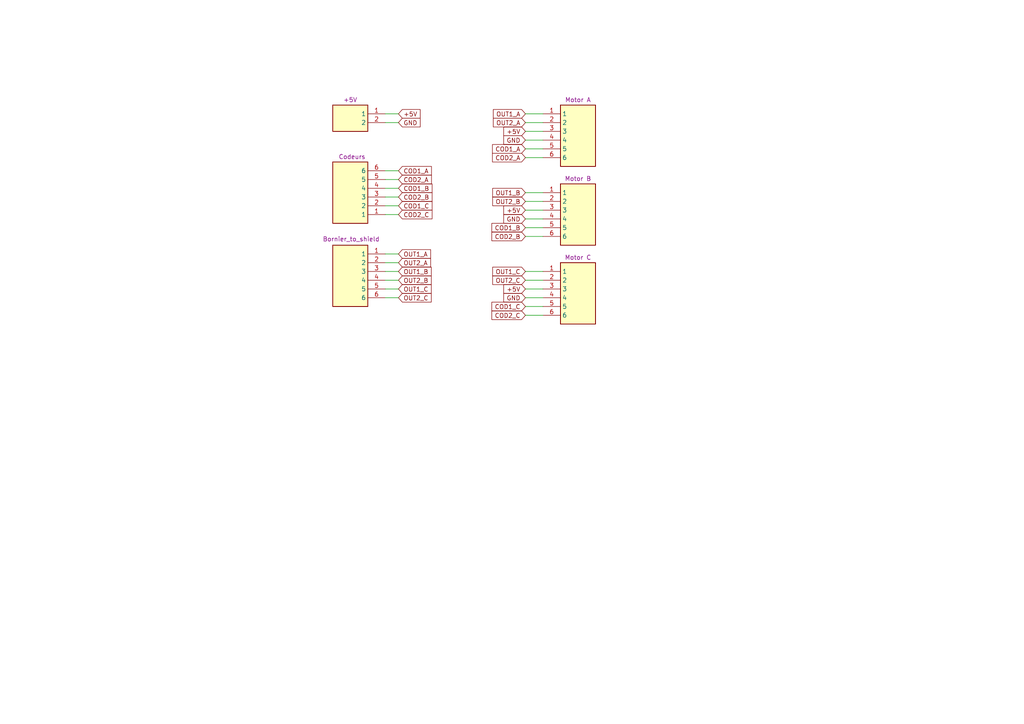
<source format=kicad_sch>
(kicad_sch (version 20231120) (generator "eeschema") (generator_version "8.0")
  (paper "A4")
  (lib_symbols
    (symbol "2header:TMM-102-03-G-S"
      (property "Reference" "J" (at 16.51 7.62 0))
      (property "Value" "TMM-102-03-G-S" (at 16.51 5.08 0))
      (symbol "TMM-102-03-G-S_1_1"
        (rectangle (start 5.08 2.54) (end 15.24 -5.08) (stroke (width 0.254)) (fill (type background)))
        (pin passive line (at 0 0 0) (length 5.08) (name "1") (number "1"))
        (pin passive line (at 0 -2.54 0) (length 5.08) (name "2") (number "2"))
      )
    )
    (symbol "6header:22-28-8063"
      (property "Reference" "J" (at 16.51 7.62 0))
      (property "Value" "22-28-8063" (at 16.51 5.08 0))
      (symbol "22-28-8063_1_1"
        (rectangle (start 5.08 2.54) (end 15.24 -15.24) (stroke (width 0.254)) (fill (type background)))
        (pin passive line (at 0 0 0) (length 5.08) (name "1") (number "1"))
        (pin passive line (at 0 -2.54 0) (length 5.08) (name "2") (number "2"))
        (pin passive line (at 0 -5.08 0) (length 5.08) (name "3") (number "3"))
        (pin passive line (at 0 -7.62 0) (length 5.08) (name "4") (number "4"))
        (pin passive line (at 0 -10.16 0) (length 5.08) (name "5") (number "5"))
        (pin passive line (at 0 -12.7 0) (length 5.08) (name "6") (number "6"))
      )
    )
    (symbol "6terminal:796638-6"
      (property "Reference" "J" (at 16.51 7.62 0))
      (property "Value" "796638-6" (at 16.51 5.08 0))
      (symbol "796638-6_1_1"
        (rectangle (start 5.08 2.54) (end 15.24 -15.24) (stroke (width 0.254)) (fill (type background)))
        (pin passive line (at 0 0 0) (length 5.08) (name "1") (number "1"))
        (pin passive line (at 0 -2.54 0) (length 5.08) (name "2") (number "2"))
        (pin passive line (at 0 -5.08 0) (length 5.08) (name "3") (number "3"))
        (pin passive line (at 0 -7.62 0) (length 5.08) (name "4") (number "4"))
        (pin passive line (at 0 -10.16 0) (length 5.08) (name "5") (number "5"))
        (pin passive line (at 0 -12.7 0) (length 5.08) (name "6") (number "6"))
      )
    )
  )
  (wire (pts (xy 152.4 66.04) (xy 157.48 66.04)))
  (wire (pts (xy 111.76 59.69) (xy 115.57 59.69)))
  (wire (pts (xy 152.4 35.56) (xy 157.48 35.56)))
  (wire (pts (xy 111.76 78.74) (xy 115.57 78.74)))
  (wire (pts (xy 152.4 43.18) (xy 157.48 43.18)))
  (wire (pts (xy 152.4 40.64) (xy 157.48 40.64)))
  (wire (pts (xy 111.76 81.28) (xy 115.57 81.28)))
  (wire (pts (xy 111.76 83.82) (xy 115.57 83.82)))
  (wire (pts (xy 152.4 88.9) (xy 157.48 88.9)))
  (wire (pts (xy 152.4 81.28) (xy 157.48 81.28)))
  (wire (pts (xy 152.4 33.02) (xy 157.48 33.02)))
  (wire (pts (xy 111.76 49.53) (xy 115.57 49.53)))
  (wire (pts (xy 152.4 78.74) (xy 157.48 78.74)))
  (wire (pts (xy 111.76 54.61) (xy 115.57 54.61)))
  (wire (pts (xy 152.4 60.96) (xy 157.48 60.96)))
  (wire (pts (xy 111.76 57.15) (xy 115.57 57.15)))
  (wire (pts (xy 152.4 58.42) (xy 157.48 58.42)))
  (wire (pts (xy 111.76 35.56) (xy 115.57 35.56)))
  (wire (pts (xy 111.76 76.2) (xy 115.57 76.2)))
  (wire (pts (xy 111.76 86.36) (xy 115.57 86.36)))
  (wire (pts (xy 152.4 45.72) (xy 157.48 45.72)))
  (wire (pts (xy 111.76 33.02) (xy 115.57 33.02)))
  (wire (pts (xy 111.76 62.23) (xy 115.57 62.23)))
  (wire (pts (xy 111.76 73.66) (xy 115.57 73.66)))
  (wire (pts (xy 152.4 83.82) (xy 157.48 83.82)))
  (wire (pts (xy 152.4 38.1) (xy 157.48 38.1)))
  (wire (pts (xy 152.4 55.88) (xy 157.48 55.88)))
  (wire (pts (xy 111.76 52.07) (xy 115.57 52.07)))
  (wire (pts (xy 152.4 86.36) (xy 157.48 86.36)))
  (wire (pts (xy 152.4 91.44) (xy 157.48 91.44)))
  (wire (pts (xy 152.4 63.5) (xy 157.48 63.5)))
  (wire (pts (xy 152.4 68.58) (xy 157.48 68.58)))
  (global_label "OUT1_A" (shape input) (at 152.4 33.02 180) (property "Intersheetrefs" "${INTERSHEET_REFS}" (effects (hide yes))))
  (global_label "COD1_C" (shape input) (at 115.57 59.69 0) (property "Intersheetrefs" "${INTERSHEET_REFS}" (effects (hide yes))))
  (global_label "OUT2_C" (shape input) (at 115.57 86.36 0) (property "Intersheetrefs" "${INTERSHEET_REFS}" (effects (hide yes))))
  (global_label "COD2_C" (shape input) (at 152.4 91.44 180) (property "Intersheetrefs" "${INTERSHEET_REFS}" (effects (hide yes))))
  (global_label "GND" (shape input) (at 152.4 63.5 180) (property "Intersheetrefs" "${INTERSHEET_REFS}" (effects (hide yes))))
  (global_label "OUT2_B" (shape input) (at 152.4 58.42 180) (property "Intersheetrefs" "${INTERSHEET_REFS}" (effects (hide yes))))
  (global_label "COD1_A" (shape input) (at 115.57 49.53 0) (property "Intersheetrefs" "${INTERSHEET_REFS}" (effects (hide yes))))
  (global_label "GND" (shape input) (at 152.4 40.64 180) (property "Intersheetrefs" "${INTERSHEET_REFS}" (effects (hide yes))))
  (global_label "COD2_C" (shape input) (at 115.57 62.23 0) (property "Intersheetrefs" "${INTERSHEET_REFS}" (effects (hide yes))))
  (global_label "OUT1_C" (shape input) (at 152.4 78.74 180) (property "Intersheetrefs" "${INTERSHEET_REFS}" (effects (hide yes))))
  (global_label "OUT2_C" (shape input) (at 152.4 81.28 180) (property "Intersheetrefs" "${INTERSHEET_REFS}" (effects (hide yes))))
  (global_label "COD1_A" (shape input) (at 152.4 43.18 180) (property "Intersheetrefs" "${INTERSHEET_REFS}" (effects (hide yes))))
  (global_label "OUT1_C" (shape input) (at 115.57 83.82 0) (property "Intersheetrefs" "${INTERSHEET_REFS}" (effects (hide yes))))
  (global_label "+5V" (shape input) (at 152.4 60.96 180) (property "Intersheetrefs" "${INTERSHEET_REFS}" (effects (hide yes))))
  (global_label "OUT2_B" (shape input) (at 115.57 81.28 0) (property "Intersheetrefs" "${INTERSHEET_REFS}" (effects (hide yes))))
  (global_label "GND" (shape input) (at 152.4 86.36 180) (property "Intersheetrefs" "${INTERSHEET_REFS}" (effects (hide yes))))
  (global_label "OUT1_B" (shape input) (at 152.4 55.88 180) (property "Intersheetrefs" "${INTERSHEET_REFS}" (effects (hide yes))))
  (global_label "+5V" (shape input) (at 152.4 83.82 180) (property "Intersheetrefs" "${INTERSHEET_REFS}" (effects (hide yes))))
  (global_label "+5V" (shape input) (at 115.57 33.02 0) (property "Intersheetrefs" "${INTERSHEET_REFS}" (effects (hide yes))))
  (global_label "COD2_A" (shape input) (at 115.57 52.07 0) (property "Intersheetrefs" "${INTERSHEET_REFS}" (effects (hide yes))))
  (global_label "COD2_A" (shape input) (at 152.4 45.72 180) (property "Intersheetrefs" "${INTERSHEET_REFS}" (effects (hide yes))))
  (global_label "OUT1_B" (shape input) (at 115.57 78.74 0) (property "Intersheetrefs" "${INTERSHEET_REFS}" (effects (hide yes))))
  (global_label "OUT1_A" (shape input) (at 115.57 73.66 0) (property "Intersheetrefs" "${INTERSHEET_REFS}" (effects (hide yes))))
  (global_label "COD1_B" (shape input) (at 152.4 66.04 180) (property "Intersheetrefs" "${INTERSHEET_REFS}" (effects (hide yes))))
  (global_label "GND" (shape input) (at 115.57 35.56 0) (property "Intersheetrefs" "${INTERSHEET_REFS}" (effects (hide yes))))
  (global_label "COD1_B" (shape input) (at 115.57 54.61 0) (property "Intersheetrefs" "${INTERSHEET_REFS}" (effects (hide yes))))
  (global_label "COD1_C" (shape input) (at 152.4 88.9 180) (property "Intersheetrefs" "${INTERSHEET_REFS}" (effects (hide yes))))
  (global_label "COD2_B" (shape input) (at 152.4 68.58 180) (property "Intersheetrefs" "${INTERSHEET_REFS}" (effects (hide yes))))
  (global_label "OUT2_A" (shape input) (at 152.4 35.56 180) (property "Intersheetrefs" "${INTERSHEET_REFS}" (effects (hide yes))))
  (global_label "+5V" (shape input) (at 152.4 38.1 180) (property "Intersheetrefs" "${INTERSHEET_REFS}" (effects (hide yes))))
  (global_label "OUT2_A" (shape input) (at 115.57 76.2 0) (property "Intersheetrefs" "${INTERSHEET_REFS}" (effects (hide yes))))
  (global_label "COD2_B" (shape input) (at 115.57 57.15 0) (property "Intersheetrefs" "${INTERSHEET_REFS}" (effects (hide yes))))
  (symbol (lib_id "6terminal:796638-6") (at 111.76 73.66 0) (mirror y) (unit 1)
    (property "Reference" "J2" (effects (hide yes)))
    (property "Value" "796638-6" (effects (hide yes)))
    (property "Footprint" "SHDR6W102P0X508_1X6_3230X1200X850P" (effects (hide yes)))
    (property "Datasheet" "https://www.te.com/commerce/DocumentDelivery/DDEController?Action=srchrtrv&DocNm=1-773958-1&DocType=Data%20Sheet&DocLang=English&PartCntxt=796638-6&DocFormat=pdf" (effects (hide yes)))
    (property "Description" "Bornier_to_shield" (at 101.854 69.342 0))
    (property "Height" "8.5" (effects (hide yes)))
    (property "Manufacturer_Name" "TE Connectivity" (effects (hide yes)))
    (property "Manufacturer_Part_Number" "796638-6" (effects (hide yes)))
  )
  (symbol (lib_id "6header:22-28-8063") (at 157.48 78.74 0) (unit 1)
    (property "Reference" "J6" (effects (hide yes)))
    (property "Value" "22-28-8063" (effects (hide yes)))
    (property "Footprint" "HDRRA6W66P0X254_1X6_1524X229X249P" (effects (hide yes)))
    (property "Datasheet" "https://componentsearchengine.com/Datasheets/2/22-28-8063.pdf" (effects (hide yes)))
    (property "Description" "Motor C" (at 167.64 74.676 0))
    (property "Height" "2.49" (effects (hide yes)))
    (property "Manufacturer_Name" "Molex" (effects (hide yes)))
    (property "Manufacturer_Part_Number" "22-28-8063" (effects (hide yes)))
  )
  (symbol (lib_id "6header:22-28-8063") (at 157.48 33.02 0) (unit 1)
    (property "Reference" "J1" (effects (hide yes)))
    (property "Value" "22-28-8063" (effects (hide yes)))
    (property "Footprint" "HDRRA6W66P0X254_1X6_1524X229X249P" (effects (hide yes)))
    (property "Datasheet" "https://componentsearchengine.com/Datasheets/2/22-28-8063.pdf" (effects (hide yes)))
    (property "Description" "Motor A" (at 167.64 28.956 0))
    (property "Height" "2.49" (effects (hide yes)))
    (property "Manufacturer_Name" "Molex" (effects (hide yes)))
    (property "Manufacturer_Part_Number" "22-28-8063" (effects (hide yes)))
  )
  (symbol (lib_id "2header:TMM-102-03-G-S") (at 111.76 33.02 0) (mirror y) (unit 1)
    (property "Reference" "J4" (effects (hide yes)))
    (property "Value" "TMM-102-03-G-S" (effects (hide yes)))
    (property "Footprint" "HDRV2W50P0X200_1X2_400X197X550P" (effects (hide yes)))
    (property "Datasheet" "https://www.arrow.com/en/products/tmm-102-03-g-s/samtec" (effects (hide yes)))
    (property "Description" "+5V" (at 101.6 28.956 0))
    (property "Height" "5.5" (effects (hide yes)))
    (property "Manufacturer_Name" "SAMTEC" (effects (hide yes)))
    (property "Manufacturer_Part_Number" "TMM-102-03-G-S" (effects (hide yes)))
  )
  (symbol (lib_id "6header:22-28-8063") (at 111.76 62.23 180) (unit 1)
    (property "Reference" "J3" (effects (hide yes)))
    (property "Value" "22-28-8063" (effects (hide yes)))
    (property "Footprint" "HDRRA6W66P0X254_1X6_1524X229X249P" (effects (hide yes)))
    (property "Datasheet" "https://componentsearchengine.com/Datasheets/2/22-28-8063.pdf" (effects (hide yes)))
    (property "Description" "Codeurs" (at 102.108 45.466 0))
    (property "Height" "2.49" (effects (hide yes)))
    (property "Manufacturer_Name" "Molex" (effects (hide yes)))
    (property "Manufacturer_Part_Number" "22-28-8063" (effects (hide yes)))
  )
  (symbol (lib_id "6header:22-28-8063") (at 157.48 55.88 0) (unit 1)
    (property "Reference" "J5" (effects (hide yes)))
    (property "Value" "22-28-8063" (effects (hide yes)))
    (property "Footprint" "HDRRA6W66P0X254_1X6_1524X229X249P" (effects (hide yes)))
    (property "Datasheet" "https://componentsearchengine.com/Datasheets/2/22-28-8063.pdf" (effects (hide yes)))
    (property "Description" "Motor B" (at 167.64 51.816 0))
    (property "Height" "2.49" (effects (hide yes)))
    (property "Manufacturer_Name" "Molex" (effects (hide yes)))
    (property "Manufacturer_Part_Number" "22-28-8063" (effects (hide yes)))
  )
)
</source>
